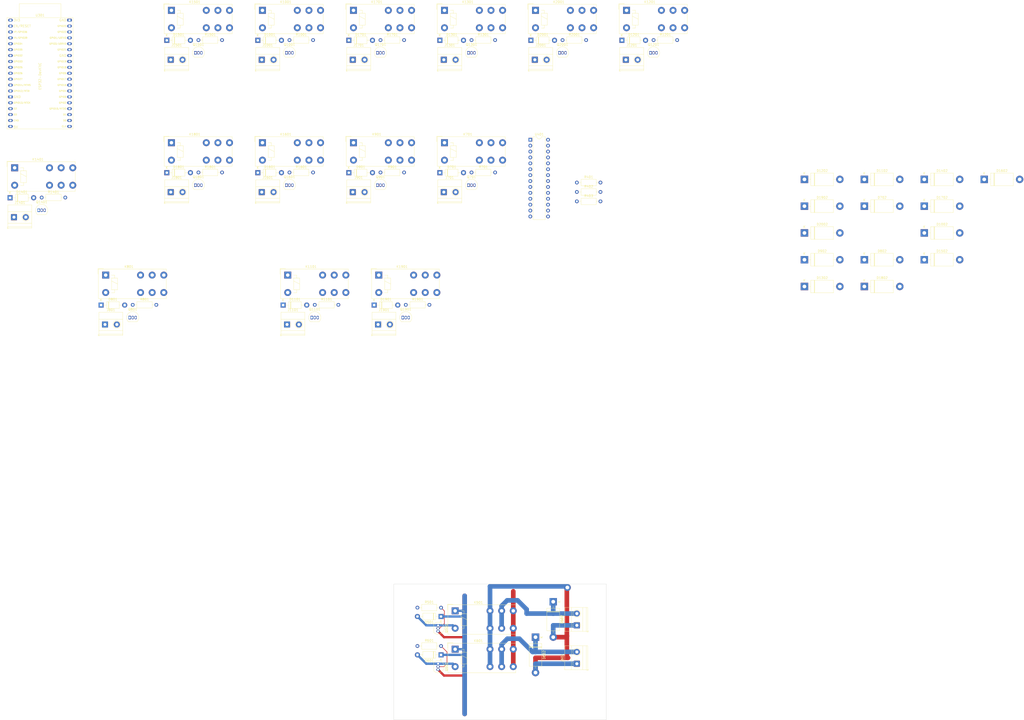
<source format=kicad_pcb>
(kicad_pcb (version 20211014) (generator pcbnew)

  (general
    (thickness 1.6)
  )

  (paper "A4")
  (layers
    (0 "F.Cu" signal)
    (31 "B.Cu" signal)
    (32 "B.Adhes" user "B.Adhesive")
    (33 "F.Adhes" user "F.Adhesive")
    (34 "B.Paste" user)
    (35 "F.Paste" user)
    (36 "B.SilkS" user "B.Silkscreen")
    (37 "F.SilkS" user "F.Silkscreen")
    (38 "B.Mask" user)
    (39 "F.Mask" user)
    (40 "Dwgs.User" user "User.Drawings")
    (41 "Cmts.User" user "User.Comments")
    (42 "Eco1.User" user "User.Eco1")
    (43 "Eco2.User" user "User.Eco2")
    (44 "Edge.Cuts" user)
    (45 "Margin" user)
    (46 "B.CrtYd" user "B.Courtyard")
    (47 "F.CrtYd" user "F.Courtyard")
    (48 "B.Fab" user)
    (49 "F.Fab" user)
    (50 "User.1" user "Nutzer.1")
    (51 "User.2" user "Nutzer.2")
    (52 "User.3" user "Nutzer.3")
    (53 "User.4" user "Nutzer.4")
    (54 "User.5" user "Nutzer.5")
    (55 "User.6" user "Nutzer.6")
    (56 "User.7" user "Nutzer.7")
    (57 "User.8" user "Nutzer.8")
    (58 "User.9" user "Nutzer.9")
  )

  (setup
    (stackup
      (layer "F.SilkS" (type "Top Silk Screen"))
      (layer "F.Paste" (type "Top Solder Paste"))
      (layer "F.Mask" (type "Top Solder Mask") (thickness 0.01))
      (layer "F.Cu" (type "copper") (thickness 0.035))
      (layer "dielectric 1" (type "core") (thickness 1.51) (material "FR4") (epsilon_r 4.5) (loss_tangent 0.02))
      (layer "B.Cu" (type "copper") (thickness 0.035))
      (layer "B.Mask" (type "Bottom Solder Mask") (thickness 0.01))
      (layer "B.Paste" (type "Bottom Solder Paste"))
      (layer "B.SilkS" (type "Bottom Silk Screen"))
      (copper_finish "None")
      (dielectric_constraints no)
    )
    (pad_to_mask_clearance 0)
    (pcbplotparams
      (layerselection 0x00010fc_ffffffff)
      (disableapertmacros false)
      (usegerberextensions false)
      (usegerberattributes true)
      (usegerberadvancedattributes true)
      (creategerberjobfile true)
      (svguseinch false)
      (svgprecision 6)
      (excludeedgelayer true)
      (plotframeref false)
      (viasonmask false)
      (mode 1)
      (useauxorigin false)
      (hpglpennumber 1)
      (hpglpenspeed 20)
      (hpglpendiameter 15.000000)
      (dxfpolygonmode true)
      (dxfimperialunits true)
      (dxfusepcbnewfont true)
      (psnegative false)
      (psa4output false)
      (plotreference true)
      (plotvalue true)
      (plotinvisibletext false)
      (sketchpadsonfab false)
      (subtractmaskfromsilk false)
      (outputformat 1)
      (mirror false)
      (drillshape 1)
      (scaleselection 1)
      (outputdirectory "")
    )
  )

  (net 0 "")
  (net 1 "+12V")
  (net 2 "/Digital/Relais Ansteuerung/C")
  (net 3 "/Digital/Relais Ansteuerung/A")
  (net 4 "/Digital/Relais Ansteuerung/D")
  (net 5 "/Digital/Relais Ansteuerung/B")
  (net 6 "Net-(Q501-Pad2)")
  (net 7 "GND")
  (net 8 "Net-(Q601-Pad2)")
  (net 9 "Net-(Q701-Pad2)")
  (net 10 "Net-(Q801-Pad2)")
  (net 11 "Net-(Q901-Pad2)")
  (net 12 "Net-(Q1001-Pad2)")
  (net 13 "Net-(Q1101-Pad2)")
  (net 14 "Net-(Q1201-Pad2)")
  (net 15 "Net-(Q1301-Pad2)")
  (net 16 "Net-(Q1401-Pad2)")
  (net 17 "Net-(Q1501-Pad2)")
  (net 18 "Net-(Q1601-Pad2)")
  (net 19 "Net-(Q1701-Pad2)")
  (net 20 "Net-(Q1801-Pad2)")
  (net 21 "Net-(Q1901-Pad2)")
  (net 22 "Net-(Q2001-Pad2)")
  (net 23 "/Digital/Relais Ansteuerung/Relais0/On")
  (net 24 "/Digital/Relais Ansteuerung/Relais1/On")
  (net 25 "/Digital/Relais Ansteuerung/Relais2/On")
  (net 26 "/Digital/Relais Ansteuerung/Relais3/On")
  (net 27 "/Digital/Relais Ansteuerung/Relais4/On")
  (net 28 "/Digital/Relais Ansteuerung/Relais5/On")
  (net 29 "/Digital/Relais Ansteuerung/Relais6/On")
  (net 30 "/Digital/Relais Ansteuerung/Relais7/On")
  (net 31 "/Digital/Relais Ansteuerung/Relais8/On")
  (net 32 "/Digital/Relais Ansteuerung/Relais9/On")
  (net 33 "/Digital/Relais Ansteuerung/Relais10/On")
  (net 34 "/Digital/Relais Ansteuerung/Relais11/On")
  (net 35 "/Digital/Relais Ansteuerung/Relais12/On")
  (net 36 "/Digital/Relais Ansteuerung/Relais13/On")
  (net 37 "/Digital/Relais Ansteuerung/Relais14/On")
  (net 38 "/Digital/Relais Ansteuerung/Relais15/On")
  (net 39 "+3V3")
  (net 40 "unconnected-(U301-Pad2)")
  (net 41 "unconnected-(U301-Pad3)")
  (net 42 "unconnected-(U301-Pad4)")
  (net 43 "unconnected-(U301-Pad5)")
  (net 44 "unconnected-(U301-Pad6)")
  (net 45 "unconnected-(U301-Pad7)")
  (net 46 "unconnected-(U301-Pad8)")
  (net 47 "unconnected-(U301-Pad9)")
  (net 48 "unconnected-(U301-Pad10)")
  (net 49 "unconnected-(U301-Pad11)")
  (net 50 "unconnected-(U301-Pad12)")
  (net 51 "unconnected-(U301-Pad13)")
  (net 52 "unconnected-(U301-Pad14)")
  (net 53 "unconnected-(U301-Pad15)")
  (net 54 "unconnected-(U301-Pad16)")
  (net 55 "unconnected-(U301-Pad17)")
  (net 56 "unconnected-(U301-Pad18)")
  (net 57 "unconnected-(U301-Pad19)")
  (net 58 "/Digital/SCL")
  (net 59 "/Digital/SDA")
  (net 60 "unconnected-(U301-Pad22)")
  (net 61 "unconnected-(U301-Pad23)")
  (net 62 "unconnected-(U301-Pad24)")
  (net 63 "unconnected-(U301-Pad25)")
  (net 64 "unconnected-(U301-Pad26)")
  (net 65 "unconnected-(U301-Pad27)")
  (net 66 "unconnected-(U301-Pad28)")
  (net 67 "unconnected-(U301-Pad29)")
  (net 68 "unconnected-(U301-Pad30)")
  (net 69 "unconnected-(U301-Pad31)")
  (net 70 "unconnected-(U301-Pad32)")
  (net 71 "unconnected-(U301-Pad33)")
  (net 72 "unconnected-(U301-Pad34)")
  (net 73 "unconnected-(U301-Pad35)")
  (net 74 "unconnected-(U301-Pad36)")
  (net 75 "unconnected-(U301-Pad37)")
  (net 76 "unconnected-(U301-Pad38)")
  (net 77 "unconnected-(U401-Pad11)")
  (net 78 "unconnected-(U401-Pad14)")
  (net 79 "~{Reset}")
  (net 80 "/Digital/Relais Ansteuerung/IntA")
  (net 81 "/Digital/Relais Ansteuerung/IntB")
  (net 82 "/Digital/Relais Ansteuerung/Relais0/AB")
  (net 83 "/Digital/Relais Ansteuerung/Relais1/AB")
  (net 84 "/Digital/Relais Ansteuerung/Relais2/AB")
  (net 85 "/Digital/Relais Ansteuerung/Relais3/AB")
  (net 86 "/Digital/Relais Ansteuerung/Relais4/AB")
  (net 87 "/Digital/Relais Ansteuerung/Relais5/AB")
  (net 88 "/Digital/Relais Ansteuerung/Relais6/AB")
  (net 89 "/Digital/Relais Ansteuerung/Relais7/AB")
  (net 90 "/Digital/Relais Ansteuerung/Relais8/AB")
  (net 91 "/Digital/Relais Ansteuerung/Relais9/AB")
  (net 92 "/Digital/Relais Ansteuerung/Relais10/AB")
  (net 93 "/Digital/Relais Ansteuerung/Relais11/AB")
  (net 94 "/Digital/Relais Ansteuerung/Relais12/AB")
  (net 95 "/Digital/Relais Ansteuerung/Relais13/AB")
  (net 96 "/Digital/Relais Ansteuerung/Relais14/AB")
  (net 97 "/Digital/Relais Ansteuerung/Relais15/AB")
  (net 98 "/Digital/Relais Ansteuerung/Relais0/mitte")
  (net 99 "/Digital/Relais Ansteuerung/Relais1/mitte")
  (net 100 "/Digital/Relais Ansteuerung/Relais2/mitte")
  (net 101 "/Digital/Relais Ansteuerung/Relais3/mitte")
  (net 102 "/Digital/Relais Ansteuerung/Relais4/mitte")
  (net 103 "/Digital/Relais Ansteuerung/Relais5/mitte")
  (net 104 "/Digital/Relais Ansteuerung/Relais6/mitte")
  (net 105 "/Digital/Relais Ansteuerung/Relais7/mitte")
  (net 106 "/Digital/Relais Ansteuerung/Relais8/mitte")
  (net 107 "/Digital/Relais Ansteuerung/Relais9/mitte")
  (net 108 "/Digital/Relais Ansteuerung/Relais10/mitte")
  (net 109 "/Digital/Relais Ansteuerung/Relais11/mitte")
  (net 110 "/Digital/Relais Ansteuerung/Relais12/mitte")
  (net 111 "/Digital/Relais Ansteuerung/Relais13/mitte")
  (net 112 "/Digital/Relais Ansteuerung/Relais14/mitte")
  (net 113 "/Digital/Relais Ansteuerung/Relais15/mitte")

  (footprint "Relay_THT:Relay_DPDT_Finder_40.52" (layer "F.Cu") (at 24.845 -140.965))

  (footprint "Package_TO_SOT_THT:TO-92_Inline" (layer "F.Cu") (at 74.35 -76.53))

  (footprint "Resistor_THT:R_Axial_DIN0207_L6.3mm_D2.5mm_P10.16mm_Horizontal" (layer "F.Cu") (at 103.91 -195.91))

  (footprint "Relay_THT:Relay_DPDT_Finder_40.52" (layer "F.Cu") (at 288.085 -208.705))

  (footprint "Diode_THT:D_DO-41_SOD81_P10.16mm_Horizontal" (layer "F.Cu") (at 62.02 -81.91))

  (footprint "Diode_THT:D_DO-201AD_P15.24mm_Horizontal" (layer "F.Cu") (at 364.62 -101.42))

  (footprint "Resistor_THT:R_Axial_DIN0207_L6.3mm_D2.5mm_P10.16mm_Horizontal" (layer "F.Cu") (at 36.47 -128.17))

  (footprint "TerminalBlock_Phoenix:TerminalBlock_Phoenix_MKDS-1,5-2-5.08_1x02_P5.08mm_Horizontal" (layer "F.Cu") (at 209.47 -187.45))

  (footprint "Diode_THT:D_DO-201AD_P15.24mm_Horizontal" (layer "F.Cu") (at 390.4 -124.46))

  (footprint "Resistor_THT:R_Axial_DIN0207_L6.3mm_D2.5mm_P10.16mm_Horizontal" (layer "F.Cu") (at 143.07 -138.96))

  (footprint "Diode_THT:D_DO-201AD_P15.24mm_Horizontal" (layer "F.Cu") (at 416.18 -135.98))

  (footprint "TerminalBlock_Phoenix:TerminalBlock_Phoenix_MKDS-1,5-2-5.08_1x02_P5.08mm_Horizontal" (layer "F.Cu") (at 91.99 -130.5))

  (footprint "Diode_THT:D_DO-201AD_P15.24mm_Horizontal" (layer "F.Cu") (at 248.92 60.96 -90))

  (footprint "TerminalBlock_Phoenix:TerminalBlock_Phoenix_MKDS-1,5-2-5.08_1x02_P5.08mm_Horizontal" (layer "F.Cu") (at 181.19 -73.55))

  (footprint "Diode_THT:D_DO-41_SOD81_P10.16mm_Horizontal" (layer "F.Cu") (at 179.5 -81.91))

  (footprint "Relay_THT:Relay_DPDT_Finder_40.52" (layer "F.Cu") (at 170.605 -208.705))

  (footprint "Package_TO_SOT_THT:TO-92_Inline" (layer "F.Cu") (at 35.19 -122.69))

  (footprint "Diode_THT:D_DO-41_SOD81_P10.16mm_Horizontal" (layer "F.Cu") (at 246.94 -195.81))

  (footprint "TerminalBlock_Phoenix:TerminalBlock_Phoenix_MKDS-1,5-2-5.08_1x02_P5.08mm_Horizontal" (layer "F.Cu") (at 266.7 72.39 90))

  (footprint "TerminalBlock_Phoenix:TerminalBlock_Phoenix_MKDS-1,5-2-5.08_1x02_P5.08mm_Horizontal" (layer "F.Cu") (at 287.79 -187.45))

  (footprint "Relay_THT:Relay_DPDT_Finder_40.52" (layer "F.Cu") (at 209.765 -151.755))

  (footprint "Diode_THT:D_DO-201AD_P15.24mm_Horizontal" (layer "F.Cu") (at 416.18 -101.42))

  (footprint "Relay_THT:Relay_DPDT_Finder_40.52" (layer "F.Cu") (at 92.285 -208.705))

  (footprint "Package_TO_SOT_THT:TO-92_Inline" (layer "F.Cu") (at 191.83 -76.53))

  (footprint "Resistor_THT:R_Axial_DIN0207_L6.3mm_D2.5mm_P10.16mm_Horizontal" (layer "F.Cu") (at 221.39 -138.96))

  (footprint "TerminalBlock_Phoenix:TerminalBlock_Phoenix_MKDS-1,5-2-5.08_1x02_P5.08mm_Horizontal" (layer "F.Cu") (at 142.03 -73.55))

  (footprint "Package_TO_SOT_THT:TO-92_Inline" (layer "F.Cu") (at 220.11 -133.48))

  (footprint "Package_TO_SOT_THT:TO-92_Inline" (layer "F.Cu") (at 141.79 -133.48))

  (footprint "Relay_THT:Relay_DPDT_Finder_40.52" (layer "F.Cu") (at 131.445 -208.705))

  (footprint "Diode_THT:D_DO-41_SOD81_P10.16mm_Horizontal" (layer "F.Cu") (at 168.62 -195.81))

  (footprint "Resistor_THT:R_Axial_DIN0207_L6.3mm_D2.5mm_P10.16mm_Horizontal" (layer "F.Cu") (at 193.11 -82.01))

  (footprint "Diode_THT:D_DO-41_SOD81_P10.16mm_Horizontal" (layer "F.Cu") (at 207.78 -138.86))

  (footprint "Resistor_THT:R_Axial_DIN0207_L6.3mm_D2.5mm_P10.16mm_Horizontal" (layer "F.Cu") (at 182.23 -195.91))

  (footprint "Diode_THT:D_DO-201AD_P15.24mm_Horizontal" (layer "F.Cu") (at 256.54 45.72 -90))

  (footprint "Resistor_THT:R_Axial_DIN0207_L6.3mm_D2.5mm_P10.16mm_Horizontal" (layer "F.Cu") (at 260.55 -195.91))

  (footprint "Diode_THT:D_DO-41_SOD81_P10.16mm_Horizontal" (layer "F.Cu") (at 208.28 52.07 180))

  (footprint "Diode_THT:D_DO-41_SOD81_P10.16mm_Horizontal" (layer "F.Cu") (at 129.46 -138.86))

  (footprint "Package_TO_SOT_THT:TO-92_Inline" (layer "F.Cu") (at 141.79 -190.43))

  (footprint "Package_DIP:DIP-28_W7.62mm" (layer "F.Cu")
    (tedit 5A02E8C5) (tstamp 5a3299ad-be40-44c6-a132-db9976149cfe)
    (at 246.69 -153.04)
    (descr "28-lead though-hole mounted DIP package, row spacing 7.62 mm (300 mils)")
    (tags "THT DIP DIL PDIP 2.54mm 7.62mm 300mil")
    (property "Sheetfile" "RelaisAnsteuerung.kicad_sch")
    (property "Sheetname" "Relais Ansteuerung")
    (path "/c7d0284b-26f3-46a0-a20a-63616420e27a/e5b83e64-c70c-4e3c-91cb-1e480aa92410/902dbd01-7f47-407b-a5b6-1dfaff57274b")
    (attr through_hole)
    (fp_text reference "U401" (at 3.81 -2.33) (layer "F.SilkS")
      (effects (font (size 1 1) (thickness 0.15)))
      (tstamp 57ab1cb4-e8ec-4ae2-8b1e-a2da2fbc64d0)
    )
    (fp_text value "MCP23017_SP" (at 3.81 35.35) (layer "F.Fab")
      (effects (font (size 1 1) (thickness 0.15)))
      (tstamp b3989580-bbcb-4057-8952-abc10c94d7ab)
    )
    (fp_text user "${REFERENCE}" (at 3.81 16.51) (layer "F.Fab")
      (effects (font (size 1 1) (thickness 0.15)))
      (tstamp 379332a1-8d8a-479b-96b3-41aca0b414b0)
    )
    (fp_line (start 2.81 -1.33) (end 1.16 -1.33) (layer "F.SilkS") (width 0.12) (tstamp 65346526-aa6e-47b4-a67f-fc4b21047838))
    (fp_line (start 6.46 -1.33) (end 4.81 -1.33) (layer "F.SilkS") (width 0.12) (tstamp 6aae8936-52ab-4d22-a040-b628105b46f5))
    (fp_line (start 1.16 34.35) (end 6.46 34.35) (layer "F.SilkS") (width 0.12) (tstamp 7fbd2070-8c6c-4c9b-83ce-62e0461ac5ca))
    (fp_line (start 1.16 -1.33) (end 1.16 34.35) (layer "F.SilkS") (width 0.12) (tstamp afb27458-b163-4f20-908f-0a88e1883e94))
    (fp_line (start 6.46 34.35) (end 6.46 -1.33) (layer "F.SilkS") (width 0.12) (tstamp e6e0c7b0-a3eb-46ec-bd2a-4096e0dae634))
    (fp_arc (start 4.81 -1.33) (mid 3.81 -0.33) (end 2.81 -1.33) (layer "F.SilkS") (width 0.12) (tstamp e20f606a-4d4f-43f8-a3af-28b352c93b15))
    (fp_line (start -1.1 -1.55) (end -1.1 34.55) (layer "F.CrtYd") (width 0.05) (tstamp 77e618af-3092-4ac6-84a1-0ce5ed70c5f7))
    (fp_line (start 8.7 -1.55) (end -1.1 -1.55) (layer "F.CrtYd") (width 0.05) (tstamp 7f07e5a2-bf88-4f06-901d-e6c964e26090))
    (fp_line (start -1.1 34.55) (end 8.7 34.55) (layer "F.CrtYd") (width 0.05) (tstamp d9311266-a696-48b1-beb3-39ecf47ca08c))
    (fp_line (start 8.7 34.55) (end 8.7 -1.55) (layer "F.CrtYd") (width 0.05) (tstamp e509a114-efd0-48b2-a1b9-080f5ade1741))
    (fp_line (start 1.635 -1.27) (end 6.985 -1.27) (layer "F.Fab") (width 0.1) (tstamp 0ddc5984-aede-451a-a734-23522e1190e2))
    (fp_line (start 6.985 -1.27) (end 6.985 34.29) (layer "F.Fab") (width 0.1) (tstamp 15764b6d-21c5-46b6-83fb-e2f4cf2a9fa9))
    (fp_line (start 0.635 -0.27) (end 1.635 -1.27) (layer "F.Fab") (width 0.1) (tstamp 43f2d822-57d2-424d-ad1b-df69f729c8de))
    (fp_line (start 0.635 34.29) (end 0.635 -0.27) (layer "F.Fab") (width 0.1) (tstamp e84c6a87-b9e6-4fe1-8805-5fb894b338ad))
    (fp_line (start 6.985 34.29) (end 0.635 34.29) (layer "F.Fab") (width 0.1) (tstamp f0027f77-390e-47d3-b2f9-498b135fc53f))
    (pad "1" thru_hole rect (at 0 0) (size 1.6 1.6) (drill 0.8) (layers *.Cu *.Mask)
      (net 31 "/Digital/Relais Ansteuerung/Relais8/On") (pinfunction "GPB0") (pintype "bidirectional") (tstamp 894589f7-602d-4e27-af03-f90310b9aea1))
    (pad "2" thru_hole ov
... [340415 chars truncated]
</source>
